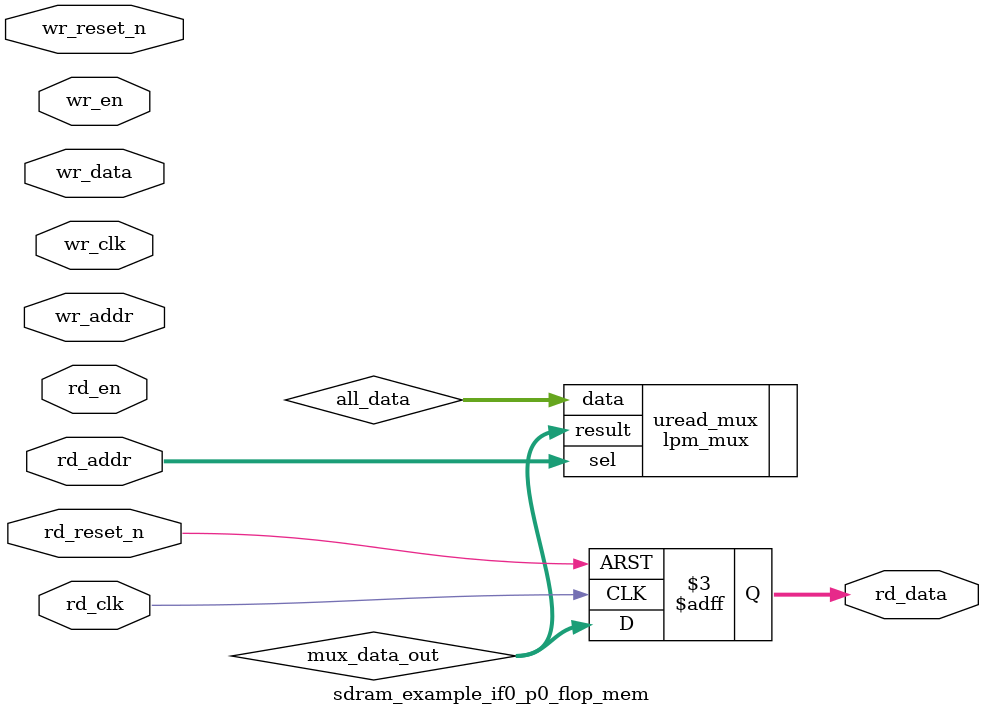
<source format=v>



`timescale 1 ps / 1 ps

(* altera_attribute = "-name ALLOW_SYNCH_CTRL_USAGE ON;-name AUTO_CLOCK_ENABLE_RECOGNITION ON" *)
module sdram_example_if0_p0_flop_mem(
	wr_reset_n,
	wr_clk,
	wr_en,
	wr_addr,
	wr_data,
	rd_reset_n,
	rd_clk,
	rd_en,
	rd_addr,
	rd_data
);

parameter WRITE_MEM_DEPTH	= "";
parameter WRITE_ADDR_WIDTH	= "";
parameter WRITE_DATA_WIDTH	= "";
parameter READ_MEM_DEPTH	= "";
parameter READ_ADDR_WIDTH	= "";		 
parameter READ_DATA_WIDTH	= "";


input	wr_reset_n;
input	wr_clk;
input	wr_en;
input	[WRITE_ADDR_WIDTH-1:0] wr_addr;
input	[WRITE_DATA_WIDTH-1:0] wr_data;
input	rd_reset_n;
input	rd_clk;
input	rd_en;
input	[READ_ADDR_WIDTH-1:0] rd_addr;
output	[READ_DATA_WIDTH-1:0] rd_data;



wire	[WRITE_DATA_WIDTH*WRITE_MEM_DEPTH-1:0] all_data;
wire	[READ_DATA_WIDTH-1:0] mux_data_out;



// declare a memory with WRITE_MEM_DEPTH entries
// each entry contains a data size of WRITE_DATA_WIDTH
reg	[WRITE_DATA_WIDTH-1:0] data_stored [0:WRITE_MEM_DEPTH-1] /* synthesis syn_preserve = 1 */;
reg	[READ_DATA_WIDTH-1:0] rd_data;

generate
genvar entry;
	for (entry=0; entry < WRITE_MEM_DEPTH; entry=entry+1)
	begin: mem_location
		assign all_data[(WRITE_DATA_WIDTH*(entry+1)-1) : (WRITE_DATA_WIDTH*entry)] = data_stored[entry]; 
		
		always @(posedge wr_clk or negedge wr_reset_n)
		begin
			if (~wr_reset_n) begin
				data_stored[entry] <= {WRITE_DATA_WIDTH{1'b0}};
			end else begin
				if (wr_en) begin
					if (entry == wr_addr) begin
						data_stored[entry] <= wr_data;
					end
				end
			end
		end		
	end
endgenerate

// mux to select the correct output data based on read address
lpm_mux	uread_mux(
	.sel (rd_addr),
	.data (all_data),
	.result (mux_data_out)
	// synopsys translate_off
	,
	.aclr (),
	.clken (),
	.clock ()
	// synopsys translate_on
	);
 defparam uread_mux.lpm_size = READ_MEM_DEPTH;
 defparam uread_mux.lpm_type = "LPM_MUX";
 defparam uread_mux.lpm_width = READ_DATA_WIDTH;
 defparam uread_mux.lpm_widths = READ_ADDR_WIDTH;

always @(posedge rd_clk or negedge rd_reset_n)	
begin
	if (~rd_reset_n) begin
		rd_data <= {READ_DATA_WIDTH{1'b0}};
	end else begin
		rd_data <= mux_data_out;
	end
end

endmodule

</source>
